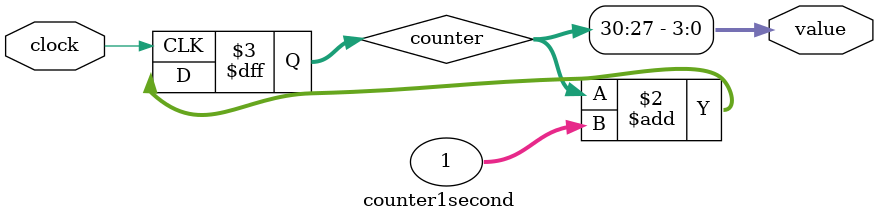
<source format=sv>

`timescale 1ns / 1ps
`default_nettype none

module counter1second(
    /*
    counter module with a 4 bit output 
    that changes roughly once per second 
    */
    input wire clock, 
    output logic [3:0] value
    );

    logic [31:0] counter; 
    always_ff @(posedge clock) begin
        counter <= counter + 1; 
    end
    
    assign value[3:0] = counter[30:27]; 
    
endmodule
</source>
